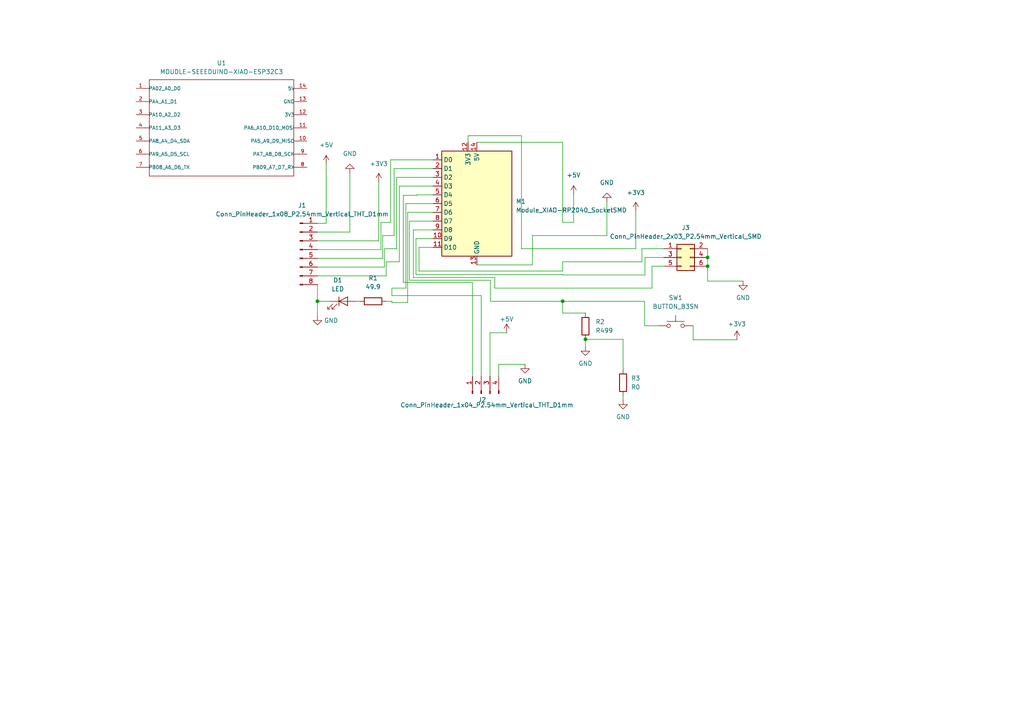
<source format=kicad_sch>
(kicad_sch (version 20230121) (generator eeschema)
  (paper "A4")
  (lib_symbols
    (symbol "MOUDLE-SEEEDUINO-XIAO-ESP32C3:MOUDLE-SEEEDUINO-XIAO-ESP32C3" (pin_names (offset 1.016))
      (property "Reference" "U" (at -21.59 15.24 0))
      (property "Value" "MOUDLE-SEEEDUINO-XIAO-ESP32C3" (at -21.59 13.97 0))
      (symbol "MOUDLE-SEEEDUINO-XIAO-ESP32C3_0_0"
        (polyline (pts (xy -21.59 -13.97) (xy -21.59 0)) (stroke (width 0.1524)))
        (polyline (pts (xy -21.59 -11.43) (xy -22.86 -11.43)) (stroke (width 0.1524)))
        (polyline (pts (xy -21.59 -7.62) (xy -22.86 -7.62)) (stroke (width 0.1524)))
        (polyline (pts (xy -21.59 -3.81) (xy -22.86 -3.81)) (stroke (width 0.1524)))
        (polyline (pts (xy -21.59 0) (xy -22.86 0)) (stroke (width 0.1524)))
        (polyline (pts (xy -21.59 0) (xy -21.59 3.81)) (stroke (width 0.1524)))
        (polyline (pts (xy -21.59 3.81) (xy -22.86 3.81)) (stroke (width 0.1524)))
        (polyline (pts (xy -21.59 3.81) (xy -21.59 7.62)) (stroke (width 0.1524)))
        (polyline (pts (xy -21.59 7.62) (xy -22.86 7.62)) (stroke (width 0.1524)))
        (polyline (pts (xy -21.59 7.62) (xy -21.59 11.43)) (stroke (width 0.1524)))
        (polyline (pts (xy -21.59 11.43) (xy -22.86 11.43)) (stroke (width 0.1524)))
        (polyline (pts (xy -21.59 11.43) (xy -21.59 13.97)) (stroke (width 0.1524)))
        (polyline (pts (xy -21.59 13.97) (xy 20.32 13.97)) (stroke (width 0.1524)))
        (polyline (pts (xy 20.32 -13.97) (xy -21.59 -13.97)) (stroke (width 0.1524)))
        (polyline (pts (xy 20.32 3.81) (xy 20.32 -13.97)) (stroke (width 0.1524)))
        (polyline (pts (xy 20.32 7.62) (xy 20.32 3.81)) (stroke (width 0.1524)))
        (polyline (pts (xy 20.32 11.43) (xy 20.32 7.62)) (stroke (width 0.1524)))
        (polyline (pts (xy 20.32 13.97) (xy 20.32 11.43)) (stroke (width 0.1524)))
        (polyline (pts (xy 21.59 -11.43) (xy 20.32 -11.43)) (stroke (width 0.1524)))
        (polyline (pts (xy 21.59 -7.62) (xy 20.32 -7.62)) (stroke (width 0.1524)))
        (polyline (pts (xy 21.59 -3.81) (xy 20.32 -3.81)) (stroke (width 0.1524)))
        (polyline (pts (xy 21.59 0) (xy 20.32 0)) (stroke (width 0.1524)))
        (polyline (pts (xy 21.59 3.81) (xy 20.32 3.81)) (stroke (width 0.1524)))
        (polyline (pts (xy 21.59 7.62) (xy 20.32 7.62)) (stroke (width 0.1524)))
        (polyline (pts (xy 21.59 11.43) (xy 20.32 11.43)) (stroke (width 0.1524)))
        (pin bidirectional line (at -25.4 11.43 0) (length 2.54) (name "PA02_A0_D0") (number "1"))
        (pin bidirectional line (at 24.13 -3.81 180) (length 2.54) (name "PA5_A9_D9_MISO") (number "10"))
        (pin bidirectional line (at 24.13 0 180) (length 2.54) (name "PA6_A10_D10_MOSI") (number "11"))
        (pin bidirectional line (at 24.13 3.81 180) (length 2.54) (name "3V3") (number "12"))
        (pin bidirectional line (at 24.13 7.62 180) (length 2.54) (name "GND") (number "13"))
        (pin bidirectional line (at 24.13 11.43 180) (length 2.54) (name "5V") (number "14"))
        (pin bidirectional line (at -25.4 7.62 0) (length 2.54) (name "PA4_A1_D1") (number "2"))
        (pin bidirectional line (at -25.4 3.81 0) (length 2.54) (name "PA10_A2_D2") (number "3"))
        (pin bidirectional line (at -25.4 0 0) (length 2.54) (name "PA11_A3_D3") (number "4"))
        (pin bidirectional line (at -25.4 -3.81 0) (length 2.54) (name "PA8_A4_D4_SDA") (number "5"))
        (pin bidirectional line (at -25.4 -7.62 0) (length 2.54) (name "PA9_A5_D5_SCL") (number "6"))
        (pin bidirectional line (at -25.4 -11.43 0) (length 2.54) (name "PB08_A6_D6_TX") (number "7"))
        (pin bidirectional line (at 24.13 -11.43 180) (length 2.54) (name "PB09_A7_D7_RX") (number "8"))
        (pin bidirectional line (at 24.13 -7.62 180) (length 2.54) (name "PA7_A8_D8_SCK") (number "9"))
      )
    )
    (symbol "fab:BUTTON_B3SN" (pin_numbers hide) (pin_names (offset 1.016) hide)
      (property "Reference" "SW" (at 1.27 2.54 0))
      (property "Value" "BUTTON_B3SN" (at 0 -1.524 0))
      (symbol "BUTTON_B3SN_0_1"
        (circle (center -2.032 0) (radius 0.508))
        (polyline (pts (xy 0 1.27) (xy 0 3.048)))
        (polyline (pts (xy 2.54 1.27) (xy -2.54 1.27)))
        (circle (center 2.032 0) (radius 0.508))
        (pin passive line (at -5.08 0 0) (length 2.54) (name "1") (number "1"))
        (pin passive line (at 5.08 0 180) (length 2.54) (name "2") (number "2"))
      )
    )
    (symbol "fab:Conn_PinHeader_1x04_P2.54mm_Vertical_THT_D1mm" (pin_names (offset 1.016) hide)
      (property "Reference" "J" (at 0 5.08 0))
      (property "Value" "Conn_PinHeader_1x04_P2.54mm_Vertical_THT_D1mm" (at 0 -7.62 0))
      (symbol "Conn_PinHeader_1x04_P2.54mm_Vertical_THT_D1mm_1_1"
        (polyline (pts (xy 1.27 -5.08) (xy 0.8636 -5.08)) (stroke (width 0.1524)))
        (polyline (pts (xy 1.27 -2.54) (xy 0.8636 -2.54)) (stroke (width 0.1524)))
        (polyline (pts (xy 1.27 0) (xy 0.8636 0)) (stroke (width 0.1524)))
        (polyline (pts (xy 1.27 2.54) (xy 0.8636 2.54)) (stroke (width 0.1524)))
        (rectangle (start 0.8636 -4.953) (end 0 -5.207) (stroke (width 0.1524)) (fill (type outline)))
        (rectangle (start 0.8636 -2.413) (end 0 -2.667) (stroke (width 0.1524)) (fill (type outline)))
        (rectangle (start 0.8636 0.127) (end 0 -0.127) (stroke (width 0.1524)) (fill (type outline)))
        (rectangle (start 0.8636 2.667) (end 0 2.413) (stroke (width 0.1524)) (fill (type outline)))
        (pin passive line (at 5.08 2.54 180) (length 3.81) (name "Pin_1") (number "1"))
        (pin passive line (at 5.08 0 180) (length 3.81) (name "Pin_2") (number "2"))
        (pin passive line (at 5.08 -2.54 180) (length 3.81) (name "Pin_3") (number "3"))
        (pin passive line (at 5.08 -5.08 180) (length 3.81) (name "Pin_4") (number "4"))
      )
    )
    (symbol "fab:Conn_PinHeader_1x08_P2.54mm_Vertical_THT_D1mm" (pin_names (offset 1.016) hide)
      (property "Reference" "J" (at 0 10.16 0))
      (property "Value" "Conn_PinHeader_1x08_P2.54mm_Vertical_THT_D1mm" (at 0 -12.7 0))
      (symbol "Conn_PinHeader_1x08_P2.54mm_Vertical_THT_D1mm_1_1"
        (polyline (pts (xy 1.27 -10.16) (xy 0.8636 -10.16)) (stroke (width 0.1524)))
        (polyline (pts (xy 1.27 -7.62) (xy 0.8636 -7.62)) (stroke (width 0.1524)))
        (polyline (pts (xy 1.27 -5.08) (xy 0.8636 -5.08)) (stroke (width 0.1524)))
        (polyline (pts (xy 1.27 -2.54) (xy 0.8636 -2.54)) (stroke (width 0.1524)))
        (polyline (pts (xy 1.27 0) (xy 0.8636 0)) (stroke (width 0.1524)))
        (polyline (pts (xy 1.27 2.54) (xy 0.8636 2.54)) (stroke (width 0.1524)))
        (polyline (pts (xy 1.27 5.08) (xy 0.8636 5.08)) (stroke (width 0.1524)))
        (polyline (pts (xy 1.27 7.62) (xy 0.8636 7.62)) (stroke (width 0.1524)))
        (rectangle (start 0.8636 -10.033) (end 0 -10.287) (stroke (width 0.1524)) (fill (type outline)))
        (rectangle (start 0.8636 -7.493) (end 0 -7.747) (stroke (width 0.1524)) (fill (type outline)))
        (rectangle (start 0.8636 -4.953) (end 0 -5.207) (stroke (width 0.1524)) (fill (type outline)))
        (rectangle (start 0.8636 -2.413) (end 0 -2.667) (stroke (width 0.1524)) (fill (type outline)))
        (rectangle (start 0.8636 0.127) (end 0 -0.127) (stroke (width 0.1524)) (fill (type outline)))
        (rectangle (start 0.8636 2.667) (end 0 2.413) (stroke (width 0.1524)) (fill (type outline)))
        (rectangle (start 0.8636 5.207) (end 0 4.953) (stroke (width 0.1524)) (fill (type outline)))
        (rectangle (start 0.8636 7.747) (end 0 7.493) (stroke (width 0.1524)) (fill (type outline)))
        (pin passive line (at 5.08 7.62 180) (length 3.81) (name "Pin_1") (number "1"))
        (pin passive line (at 5.08 5.08 180) (length 3.81) (name "Pin_2") (number "2"))
        (pin passive line (at 5.08 2.54 180) (length 3.81) (name "Pin_3") (number "3"))
        (pin passive line (at 5.08 0 180) (length 3.81) (name "Pin_4") (number "4"))
        (pin passive line (at 5.08 -2.54 180) (length 3.81) (name "Pin_5") (number "5"))
        (pin passive line (at 5.08 -5.08 180) (length 3.81) (name "Pin_6") (number "6"))
        (pin passive line (at 5.08 -7.62 180) (length 3.81) (name "Pin_7") (number "7"))
        (pin passive line (at 5.08 -10.16 180) (length 3.81) (name "Pin_8") (number "8"))
      )
    )
    (symbol "fab:Conn_PinHeader_2x03_P2.54mm_Vertical_SMD" (pin_names (offset 1.016) hide)
      (property "Reference" "J" (at 1.27 5.08 0))
      (property "Value" "Conn_PinHeader_2x03_P2.54mm_Vertical_SMD" (at 1.27 -5.08 0))
      (symbol "Conn_PinHeader_2x03_P2.54mm_Vertical_SMD_1_1"
        (rectangle (start -1.27 -2.413) (end 0 -2.667) (stroke (width 0.1524)))
        (rectangle (start -1.27 0.127) (end 0 -0.127) (stroke (width 0.1524)))
        (rectangle (start -1.27 2.667) (end 0 2.413) (stroke (width 0.1524)))
        (rectangle (start -1.27 3.81) (end 3.81 -3.81) (stroke (width 0.254)) (fill (type background)))
        (rectangle (start 3.81 -2.413) (end 2.54 -2.667) (stroke (width 0.1524)))
        (rectangle (start 3.81 0.127) (end 2.54 -0.127) (stroke (width 0.1524)))
        (rectangle (start 3.81 2.667) (end 2.54 2.413) (stroke (width 0.1524)))
        (pin passive line (at -5.08 2.54 0) (length 3.81) (name "Pin_1") (number "1"))
        (pin passive line (at 7.62 2.54 180) (length 3.81) (name "Pin_2") (number "2"))
        (pin passive line (at -5.08 0 0) (length 3.81) (name "Pin_3") (number "3"))
        (pin passive line (at 7.62 0 180) (length 3.81) (name "Pin_4") (number "4"))
        (pin passive line (at -5.08 -2.54 0) (length 3.81) (name "Pin_5") (number "5"))
        (pin passive line (at 7.62 -2.54 180) (length 3.81) (name "Pin_6") (number "6"))
      )
    )
    (symbol "fab:LED" (pin_numbers hide) (pin_names (offset 1.016) hide)
      (property "Reference" "D" (at 0 2.54 0))
      (property "Value" "LED" (at 0 -2.54 0))
      (symbol "LED_0_1"
        (polyline (pts (xy -1.27 -1.27) (xy -1.27 1.27)) (stroke (width 0.2032)))
        (polyline (pts (xy -1.27 0) (xy 1.27 0)))
        (polyline (pts (xy 1.27 -1.27) (xy 1.27 1.27) (xy -1.27 0) (xy 1.27 -1.27)) (stroke (width 0.2032)))
        (polyline (pts (xy -3.048 -0.762) (xy -4.572 -2.286) (xy -3.81 -2.286) (xy -4.572 -2.286) (xy -4.572 -1.524)))
        (polyline (pts (xy -1.778 -0.762) (xy -3.302 -2.286) (xy -2.54 -2.286) (xy -3.302 -2.286) (xy -3.302 -1.524)))
      )
      (symbol "LED_1_1"
        (pin passive line (at -3.81 0 0) (length 2.54) (name "K") (number "1"))
        (pin passive line (at 3.81 0 180) (length 2.54) (name "A") (number "2"))
      )
    )
    (symbol "fab:Module_XIAO-RP2040_SocketSMD"
      (property "Reference" "M" (at -10.16 16.51 0))
      (property "Value" "Module_XIAO-RP2040_SocketSMD" (at 1.27 16.51 0))
      (symbol "Module_XIAO-RP2040_SocketSMD_1_1"
        (rectangle (start -10.16 15.24) (end 10.16 -15.24) (stroke (width 0.254)) (fill (type background)))
        (pin bidirectional line (at -12.7 12.7 0) (length 2.54) (name "D0") (number "1"))
        (pin bidirectional line (at -12.7 -10.16 0) (length 2.54) (name "D9") (number "10"))
        (pin bidirectional line (at -12.7 -12.7 0) (length 2.54) (name "D10") (number "11"))
        (pin power_in line (at -2.54 17.78 270) (length 2.54) (name "3V3") (number "12"))
        (pin power_in line (at 0 -17.78 90) (length 2.54) (name "GND") (number "13"))
        (pin power_in line (at 0 17.78 270) (length 2.54) (name "5V") (number "14"))
        (pin bidirectional line (at -12.7 10.16 0) (length 2.54) (name "D1") (number "2"))
        (pin bidirectional line (at -12.7 7.62 0) (length 2.54) (name "D2") (number "3"))
        (pin bidirectional line (at -12.7 5.08 0) (length 2.54) (name "D3") (number "4"))
        (pin bidirectional line (at -12.7 2.54 0) (length 2.54) (name "D4") (number "5"))
        (pin bidirectional line (at -12.7 0 0) (length 2.54) (name "D5") (number "6"))
        (pin bidirectional line (at -12.7 -2.54 0) (length 2.54) (name "D6") (number "7"))
        (pin bidirectional line (at -12.7 -5.08 0) (length 2.54) (name "D7") (number "8"))
        (pin bidirectional line (at -12.7 -7.62 0) (length 2.54) (name "D8") (number "9"))
      )
    )
    (symbol "fab:Power_+3V3" (power) (pin_names (offset 0))
      (property "Value" "Power_+3V3" (at 0 3.556 0))
      (symbol "Power_+3V3_0_1"
        (polyline (pts (xy -0.762 1.27) (xy 0 2.54)))
        (polyline (pts (xy 0 0) (xy 0 2.54)))
        (polyline (pts (xy 0 2.54) (xy 0.762 1.27)))
      )
      (symbol "Power_+3V3_1_1"
        (pin power_in line (at 0 0 90) (length 0) hide (name "+3V3") (number "1"))
      )
    )
    (symbol "fab:Power_+5V" (power) (pin_names (offset 0))
      (property "Value" "Power_+5V" (at 0 3.556 0))
      (symbol "Power_+5V_0_1"
        (polyline (pts (xy -0.762 1.27) (xy 0 2.54)))
        (polyline (pts (xy 0 0) (xy 0 2.54)))
        (polyline (pts (xy 0 2.54) (xy 0.762 1.27)))
      )
      (symbol "Power_+5V_1_1"
        (pin power_in line (at 0 0 90) (length 0) hide (name "+5V") (number "1"))
      )
    )
    (symbol "fab:Power_GND" (power) (pin_names (offset 0))
      (property "Value" "Power_GND" (at 0 -3.81 0))
      (symbol "Power_GND_0_1"
        (polyline (pts (xy 0 0) (xy 0 -1.27) (xy 1.27 -1.27) (xy 0 -2.54) (xy -1.27 -1.27) (xy 0 -1.27)))
      )
      (symbol "Power_GND_1_1"
        (pin power_in line (at 0 0 270) (length 0) hide (name "GND") (number "1"))
      )
    )
    (symbol "fab:R" (pin_numbers hide) (pin_names (offset 0))
      (property "Reference" "R" (at 2.032 0 90))
      (property "Value" "R" (at 0 0 90))
      (symbol "R_0_1"
        (rectangle (start -1.016 -2.54) (end 1.016 2.54) (stroke (width 0.254)))
      )
      (symbol "R_1_1"
        (pin passive line (at 0 3.81 270) (length 1.27) (name "~") (number "1"))
        (pin passive line (at 0 -3.81 90) (length 1.27) (name "~") (number "2"))
      )
    )
  )
  (junction (at 205.232 77.216))
  (junction (at 92.075 87.376))
  (junction (at 169.799 98.425))
  (junction (at 205.232 74.676))
  (junction (at 163.195 87.376))
  (wire (pts (xy 115.062 72.136) (xy 115.062 51.435)))
  (wire (pts (xy 187.071 79.756) (xy 163.195 79.756)))
  (wire (pts (xy 151.257 39.37) (xy 151.257 72.136)))
  (wire (pts (xy 138.303 41.275) (xy 163.195 41.275)))
  (wire (pts (xy 92.075 87.376) (xy 95.758 87.376)))
  (wire (pts (xy 112.014 75.946) (xy 115.824 75.946)))
  (wire (pts (xy 121.539 71.755) (xy 121.539 78.613)))
  (wire (pts (xy 163.195 90.805) (xy 163.195 87.376)))
  (wire (pts (xy 110.998 68.326) (xy 110.998 74.93)))
  (wire (pts (xy 138.303 76.835) (xy 154.432 76.835)))
  (wire (pts (xy 154.432 76.835) (xy 154.432 68.326)))
  (wire (pts (xy 115.824 53.975) (xy 125.603 53.975)))
  (wire (pts (xy 189.103 77.216) (xy 192.532 77.216)))
  (wire (pts (xy 112.014 80.01) (xy 92.075 80.01)))
  (wire (pts (xy 121.539 78.613) (xy 163.195 78.613)))
  (wire (pts (xy 113.665 85.725) (xy 113.665 83.566)))
  (wire (pts (xy 187.071 74.676) (xy 187.071 79.756)))
  (wire (pts (xy 135.763 41.275) (xy 135.763 39.37)))
  (wire (pts (xy 113.665 83.566) (xy 117.729 83.566)))
  (wire (pts (xy 186.944 87.376) (xy 186.944 94.488)))
  (wire (pts (xy 113.284 64.516) (xy 113.284 46.355)))
  (wire (pts (xy 142.113 96.52) (xy 142.113 109.093)))
  (wire (pts (xy 151.257 72.136) (xy 184.404 72.136)))
  (wire (pts (xy 144.653 109.093) (xy 144.653 105.664)))
  (wire (pts (xy 180.721 98.425) (xy 169.799 98.425)))
  (wire (pts (xy 117.729 59.055) (xy 125.603 59.055)))
  (wire (pts (xy 163.195 75.946) (xy 186.182 75.946)))
  (wire (pts (xy 135.763 39.37) (xy 151.257 39.37)))
  (wire (pts (xy 118.237 87.757) (xy 118.237 61.595)))
  (wire (pts (xy 92.075 72.39) (xy 110.49 72.39)))
  (wire (pts (xy 120.65 69.215) (xy 120.65 79.629)))
  (wire (pts (xy 115.062 51.435) (xy 125.603 51.435)))
  (wire (pts (xy 137.033 109.093) (xy 137.033 81.915)))
  (wire (pts (xy 118.745 81.28) (xy 142.24 81.28)))
  (wire (pts (xy 201.041 98.552) (xy 201.041 94.488)))
  (wire (pts (xy 113.665 85.725) (xy 139.573 85.725)))
  (wire (pts (xy 119.888 80.518) (xy 119.888 66.675)))
  (wire (pts (xy 184.404 61.214) (xy 184.404 72.136)))
  (wire (pts (xy 92.075 67.31) (xy 101.473 67.31)))
  (wire (pts (xy 92.075 82.55) (xy 92.075 87.376)))
  (wire (pts (xy 137.033 81.915) (xy 116.967 81.915)))
  (wire (pts (xy 110.998 68.326) (xy 114.3 68.326)))
  (wire (pts (xy 118.237 61.595) (xy 125.603 61.595)))
  (wire (pts (xy 125.603 69.215) (xy 120.65 69.215)))
  (wire (pts (xy 94.615 64.77) (xy 92.075 64.77)))
  (wire (pts (xy 113.284 46.355) (xy 125.603 46.355)))
  (wire (pts (xy 166.37 64.516) (xy 163.195 64.516)))
  (wire (pts (xy 143.51 83.566) (xy 189.103 83.566)))
  (wire (pts (xy 94.615 47.625) (xy 94.615 64.77)))
  (wire (pts (xy 125.603 71.755) (xy 121.539 71.755)))
  (wire (pts (xy 205.232 72.136) (xy 205.232 74.676)))
  (wire (pts (xy 111.506 72.136) (xy 115.062 72.136)))
  (wire (pts (xy 142.24 87.376) (xy 163.195 87.376)))
  (wire (pts (xy 205.232 74.676) (xy 205.232 77.216)))
  (wire (pts (xy 163.195 78.613) (xy 163.195 75.946)))
  (wire (pts (xy 109.855 69.85) (xy 92.075 69.85)))
  (wire (pts (xy 114.3 48.895) (xy 125.603 48.895)))
  (wire (pts (xy 139.573 85.725) (xy 139.573 109.093)))
  (wire (pts (xy 180.721 114.808) (xy 180.721 116.078)))
  (wire (pts (xy 143.51 80.518) (xy 119.888 80.518)))
  (wire (pts (xy 169.799 98.425) (xy 169.799 100.584)))
  (wire (pts (xy 205.232 81.534) (xy 205.232 77.216)))
  (wire (pts (xy 169.799 90.805) (xy 163.195 90.805)))
  (wire (pts (xy 163.195 41.275) (xy 163.195 64.516)))
  (wire (pts (xy 111.506 72.136) (xy 111.506 77.47)))
  (wire (pts (xy 118.745 64.135) (xy 118.745 81.28)))
  (wire (pts (xy 110.49 72.39) (xy 110.49 64.516)))
  (wire (pts (xy 186.944 94.488) (xy 190.881 94.488)))
  (wire (pts (xy 110.998 74.93) (xy 92.075 74.93)))
  (wire (pts (xy 92.075 87.376) (xy 92.075 91.694)))
  (wire (pts (xy 163.195 87.376) (xy 186.944 87.376)))
  (wire (pts (xy 154.432 68.326) (xy 176.022 68.326)))
  (wire (pts (xy 125.603 64.135) (xy 118.745 64.135)))
  (wire (pts (xy 146.939 96.52) (xy 142.113 96.52)))
  (wire (pts (xy 186.182 72.136) (xy 192.532 72.136)))
  (wire (pts (xy 186.182 75.946) (xy 186.182 72.136)))
  (wire (pts (xy 180.721 107.188) (xy 180.721 98.425)))
  (wire (pts (xy 114.3 68.326) (xy 114.3 48.895)))
  (wire (pts (xy 176.022 68.326) (xy 176.022 58.547)))
  (wire (pts (xy 117.729 83.566) (xy 117.729 59.055)))
  (wire (pts (xy 112.014 75.946) (xy 112.014 80.01)))
  (wire (pts (xy 213.741 98.552) (xy 201.041 98.552)))
  (wire (pts (xy 109.855 52.832) (xy 109.855 69.85)))
  (wire (pts (xy 143.51 83.566) (xy 143.51 80.518)))
  (wire (pts (xy 110.49 64.516) (xy 113.284 64.516)))
  (wire (pts (xy 112.014 87.376) (xy 113.665 87.376)))
  (wire (pts (xy 166.37 56.388) (xy 166.37 64.516)))
  (wire (pts (xy 116.967 56.642) (xy 120.904 56.642)))
  (wire (pts (xy 144.653 105.664) (xy 152.273 105.664)))
  (wire (pts (xy 120.65 79.629) (xy 163.195 79.629)))
  (wire (pts (xy 115.824 75.946) (xy 115.824 53.975)))
  (wire (pts (xy 120.904 56.515) (xy 125.603 56.515)))
  (wire (pts (xy 116.967 56.642) (xy 116.967 81.915)))
  (wire (pts (xy 113.665 87.376) (xy 113.665 87.757)))
  (wire (pts (xy 142.24 81.28) (xy 142.24 87.376)))
  (wire (pts (xy 103.378 87.376) (xy 104.394 87.376)))
  (wire (pts (xy 215.519 81.534) (xy 205.232 81.534)))
  (wire (pts (xy 163.195 79.629) (xy 163.195 79.756)))
  (wire (pts (xy 111.506 77.47) (xy 92.075 77.47)))
  (wire (pts (xy 189.103 83.566) (xy 189.103 77.216)))
  (wire (pts (xy 119.888 66.675) (xy 125.603 66.675)))
  (wire (pts (xy 120.904 56.642) (xy 120.904 56.515)))
  (wire (pts (xy 187.071 74.676) (xy 192.532 74.676)))
  (wire (pts (xy 101.473 67.31) (xy 101.473 50.165)))
  (wire (pts (xy 113.665 87.757) (xy 118.237 87.757)))
  (symbol (lib_id "fab:R") (at 169.799 94.615 0) (unit 1)
    (property "Reference" "R2" (at 172.72 93.3449 0) (effects (justify left)))
    (property "Value" "R499" (at 172.72 95.8849 0) (effects (justify left)))
    (property "Footprint" "fab:R_1206" (effects hide))
  )
  (symbol (lib_id "fab:BUTTON_B3SN") (at 195.961 94.488 0) (unit 1)
    (property "Reference" "SW1" (at 195.961 86.36 0))
    (property "Value" "BUTTON_B3SN" (at 195.961 88.9 0))
    (property "Footprint" "fab:Button_Omron_B3SN_6.0x6.0mm" (effects hide))
    (property "Datasheet" "https://omronfs.omron.com/en_US/ecb/products/pdf/en-b3sn.pdf" (effects hide))
  )
  (symbol (lib_id "fab:Power_+3V3") (at 213.741 98.552 0) (mirror y) (unit 1)
    (property "Reference" "#PWR012" (effects hide))
    (property "Value" "Power_+3V3" (at 213.741 93.98 0))
  )
  (symbol (lib_id "fab:R") (at 180.721 110.998 0) (unit 1)
    (property "Reference" "R3" (at 183.007 109.7279 0) (effects (justify left)))
    (property "Value" "R0" (at 183.007 112.2679 0) (effects (justify left)))
    (property "Footprint" "fab:R_1206" (effects hide))
  )
  (symbol (lib_id "fab:Power_+3V3") (at 184.404 61.214 0) (unit 1)
    (property "Reference" "#PWR011" (effects hide))
    (property "Value" "Power_+3V3" (at 184.404 55.88 0))
  )
  (symbol (lib_id "fab:Power_GND") (at 169.799 100.584 0) (mirror y) (unit 1)
    (property "Reference" "#PWR08" (effects hide))
    (property "Value" "Power_GND" (at 169.799 105.41 0))
  )
  (symbol (lib_id "fab:Power_GND") (at 180.721 116.078 0) (mirror y) (unit 1)
    (property "Reference" "#PWR010" (effects hide))
    (property "Value" "Power_GND" (at 180.721 120.904 0))
  )
  (symbol (lib_id "fab:Conn_PinHeader_1x08_P2.54mm_Vertical_THT_D1mm") (at 86.995 72.39 0) (unit 1)
    (property "Reference" "J1" (at 87.63 59.563 0))
    (property "Value" "Conn_PinHeader_1x08_P2.54mm_Vertical_THT_D1mm" (at 87.63 62.103 0))
    (property "Footprint" "fab:PinHeader_1x08_P2.54mm_Vertical_THT_D1mm" (effects hide))
    (property "Datasheet" "https://media.digikey.com/PDF/Data%20Sheets/Sullins%20PDFs/xRxCzzzSxxN-RC_ST_11635-B.pdf" (effects hide))
  )
  (symbol (lib_id "fab:Power_+5V") (at 166.37 56.388 0) (mirror y) (unit 1)
    (property "Reference" "#PWR07" (effects hide))
    (property "Value" "Power_+5V" (at 166.37 50.8 0))
  )
  (symbol (lib_id "fab:Module_XIAO-RP2040_SocketSMD") (at 138.303 59.055 0) (unit 1)
    (property "Reference" "M1" (at 149.606 58.42 0) (effects (justify left)))
    (property "Value" "Module_XIAO-RP2040_SocketSMD" (at 149.606 60.96 0) (effects (justify left)))
    (property "Footprint" "fab:SeeedStudio_XIAO_SocketSMD" (effects hide))
    (property "Datasheet" "https://wiki.seeedstudio.com/XIAO-RP2040/" (effects hide))
  )
  (symbol (lib_id "fab:Power_+3V3") (at 109.855 52.832 0) (unit 1)
    (property "Reference" "#PWR04" (effects hide))
    (property "Value" "Power_+3V3" (at 109.855 47.498 0))
  )
  (symbol (lib_id "fab:Power_GND") (at 101.473 50.165 180) (unit 1)
    (property "Reference" "#PWR03" (effects hide))
    (property "Value" "Power_GND" (at 101.473 44.577 0))
  )
  (symbol (lib_id "fab:Power_+5V") (at 94.615 47.625 0) (mirror y) (unit 1)
    (property "Reference" "#PWR02" (effects hide))
    (property "Value" "Power_+5V" (at 94.615 42.037 0))
  )
  (symbol (lib_id "fab:Power_GND") (at 176.022 58.547 180) (unit 1)
    (property "Reference" "#PWR09" (effects hide))
    (property "Value" "Power_GND" (at 176.022 52.959 0))
  )
  (symbol (lib_id "MOUDLE-SEEEDUINO-XIAO-ESP32C3:MOUDLE-SEEEDUINO-XIAO-ESP32C3") (at 64.897 37.084 0) (unit 1)
    (property "Reference" "U1" (at 64.262 18.288 0))
    (property "Value" "MOUDLE-SEEEDUINO-XIAO-ESP32C3" (at 64.262 20.828 0))
    (property "Footprint" "MOUDLE14P-SMD-2.54-21X17.8MM" (effects hide))
  )
  (symbol (lib_id "fab:Conn_PinHeader_1x04_P2.54mm_Vertical_THT_D1mm") (at 139.573 114.173 90) (unit 1)
    (property "Reference" "J2" (at 139.827 115.951 90))
    (property "Value" "Conn_PinHeader_1x04_P2.54mm_Vertical_THT_D1mm" (at 141.224 117.475 90))
    (property "Footprint" "fab:PinHeader_1x04_P2.54mm_Vertical_THT_D1mm" (effects hide))
  )
  (symbol (lib_id "fab:Conn_PinHeader_2x03_P2.54mm_Vertical_SMD") (at 197.612 74.676 0) (unit 1)
    (property "Reference" "J3" (at 198.882 66.04 0))
    (property "Value" "Conn_PinHeader_2x03_P2.54mm_Vertical_SMD" (at 198.882 68.58 0))
    (property "Footprint" "fab:PinHeader_2x03_P2.54mm_Vertical_SMD" (effects hide))
    (property "Datasheet" "https://cdn.amphenol-icc.com/media/wysiwyg/files/drawing/95278.pdf" (effects hide))
  )
  (symbol (lib_id "fab:R") (at 108.204 87.376 90) (mirror x) (unit 1)
    (property "Reference" "R1" (at 108.204 80.645 90))
    (property "Value" "49.9" (at 108.204 83.185 90))
    (property "Footprint" "fab:R_1206" (effects hide))
  )
  (symbol (lib_id "fab:Power_GND") (at 215.519 81.534 0) (mirror y) (unit 1)
    (property "Reference" "#PWR013" (effects hide))
    (property "Value" "Power_GND" (at 215.519 86.36 0))
  )
  (symbol (lib_id "fab:Power_+5V") (at 146.939 96.52 0) (unit 1)
    (property "Reference" "#PWR05" (effects hide))
    (property "Value" "Power_+5V" (at 146.939 92.583 0))
  )
  (symbol (lib_id "fab:LED") (at 99.568 87.376 0) (unit 1)
    (property "Reference" "D1" (at 97.9678 81.28 0))
    (property "Value" "LED" (at 97.9678 83.82 0))
    (property "Footprint" "fab:LED_1206" (effects hide))
    (property "Datasheet" "https://optoelectronics.liteon.com/upload/download/DS-22-98-0002/LTST-C150CKT.pdf" (effects hide))
  )
  (symbol (lib_id "fab:Power_GND") (at 152.273 105.664 0) (mirror y) (unit 1)
    (property "Reference" "#PWR06" (effects hide))
    (property "Value" "Power_GND" (at 152.273 110.49 0))
  )
  (symbol (lib_id "fab:Power_GND") (at 92.075 91.694 0) (mirror y) (unit 1)
    (property "Reference" "#PWR01" (effects hide))
    (property "Value" "Power_GND" (at 93.98 92.9639 0) (effects (justify right)))
  )
)
</source>
